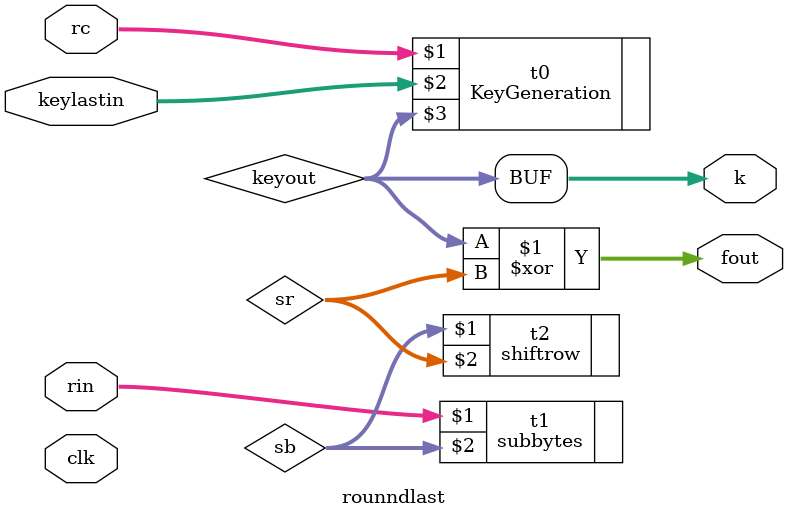
<source format=v>
`timescale 1ns / 1ps

module rounndlast(clk,rc,rin,keylastin,k,fout);
input clk;
input [3:0]rc;
input [127:0]rin;
input [127:0]keylastin;
output [127:0]k;
output [127:0]fout;

wire [127:0] sb,sr,mcl,keyout;
assign k = keyout;


KeyGeneration t0(rc,keylastin,keyout);
subbytes t1(rin,sb);
shiftrow t2(sb,sr);
assign fout= keyout^sr;

endmodule

</source>
